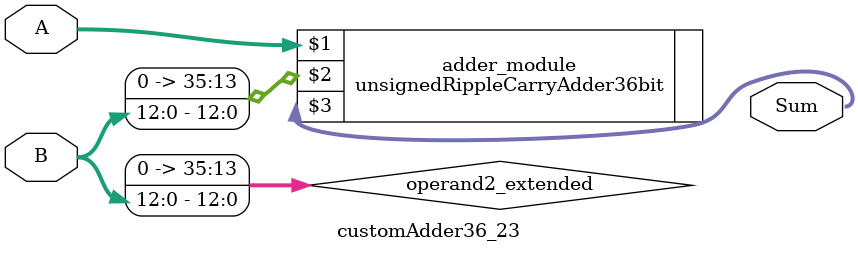
<source format=v>
module customAdder36_23(
                        input [35 : 0] A,
                        input [12 : 0] B,
                        
                        output [36 : 0] Sum
                );

        wire [35 : 0] operand2_extended;
        
        assign operand2_extended =  {23'b0, B};
        
        unsignedRippleCarryAdder36bit adder_module(
            A,
            operand2_extended,
            Sum
        );
        
        endmodule
        
</source>
